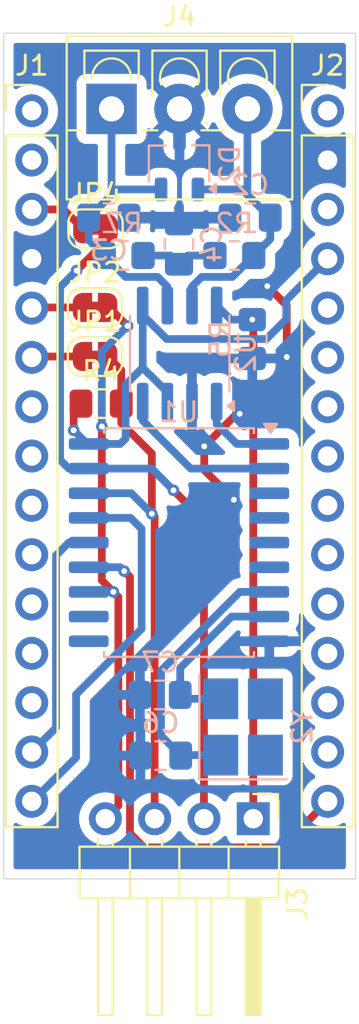
<source format=kicad_pcb>
(kicad_pcb (version 20240108) (generator "pcbnew") (generator_version "8.0")
  (layers (0 "F.Cu" signal) (31 "B.Cu" signal) (34 "B.Paste" user) (35 "F.Paste" user) (36 "B.SilkS" user "B.Silkscreen") (37 "F.SilkS" user "F.Silkscreen") (38 "B.Mask" user) (39 "F.Mask" user) (44 "Edge.Cuts" user))
  (net 0 "")
  (net 1 "/A0")
  (net 2 "/A2")
  (net 3 "/A4")
  (net 4 "/A3")
  (net 5 "/D6")
  (net 6 "/RST1")
  (net 7 "+3V3")
  (net 8 "/A5")
  (net 9 "/VIN")
  (net 10 "/D10")
  (net 11 "/D0")
  (net 12 "/A6")
  (net 13 "/D9")
  (net 14 "/D8")
  (net 15 "/D5")
  (net 16 "GND")
  (net 17 "/A7")
  (net 18 "/RST2")
  (net 19 "/D7")
  (net 20 "/AREF")
  (net 21 "/A1")
  (net 22 "+5V")
  (net 23 "/D1")
  (net 24 "/D4")
  (net 31 "/CAN_CS_DEFAULT")
  (net 32 "/CAN_INT_DEFAULT")
  (net 33 "/CAN_H")
  (net 34 "/CAN_L")
  (net 35 "Net-(C4-Pad1)")
  (net 36 "/OSC2")
  (net 37 "/OSC1")
  (net 38 "/SILENT")
  (net 39 "/CAN_CS")
  (net 40 "/~{CAN_INT}")
  (net 41 "/CAN_RESET")
  (net 42 "/CAN_RX")
  (net 43 "/MISO")
  (net 44 "/SCK")
  (net 45 "/MOSI")
  (net 46 "/CAN_TX")
  (footprint "Jumper:SolderJumper-2_P1.3mm_Bridged_RoundedPad1.0x1.5mm" (layer "F.Cu") (at 141.575 90.25)
    (property "Reference" "JP1" (at 0 -1.8 360) (layer "F.SilkS"))
    (property "Value" "SolderJumper_2_Bridged" (hide yes))
    (fp_poly (pts (xy 0.25 -0.3) (xy -0.25 -0.3) (xy -0.25 0.3) (xy 0.25 0.3)) (fill solid) (layer "F.Cu"))
    (fp_line (start -1.4 0.3) (end -1.4 -0.3) (stroke (width 0.12)) (layer "F.SilkS"))
    (fp_line (start -0.7 -1) (end 0.7 -1) (stroke (width 0.12)) (layer "F.SilkS"))
    (fp_line (start 0.7 1) (end -0.7 1) (stroke (width 0.12)) (layer "F.SilkS"))
    (fp_line (start 1.4 -0.3) (end 1.4 0.3) (stroke (width 0.12)) (layer "F.SilkS"))
    (fp_arc (start -1.4 -0.3) (mid -1.194975 -0.794975) (end -0.7 -1) (stroke (width 0.12)) (layer "F.SilkS"))
    (fp_arc (start -0.7 1) (mid -1.194975 0.794975) (end -1.4 0.3) (stroke (width 0.12)) (layer "F.SilkS"))
    (fp_arc (start 0.7 -1) (mid 1.194975 -0.794975) (end 1.4 -0.3) (stroke (width 0.12)) (layer "F.SilkS"))
    (fp_arc (start 1.4 0.3) (mid 1.194975 0.794975) (end 0.7 1) (stroke (width 0.12)) (layer "F.SilkS"))
    (pad "1" smd custom (at -0.65 0) (size 1 0.5) (layers "F.Cu" "F.Mask") (net 31 "/CAN_CS_DEFAULT") (options (clearance outline) (anchor rect)) (primitives (gr_circle (center 0 0.25) (end 0.5 0.25) (width 0) (fill yes)) (gr_circle (center 0 -0.25) (end 0.5 -0.25) (width 0) (fill yes)) (gr_poly (pts (xy 0.5 0.75) (xy 0 0.75) (xy 0 -0.75) (xy 0.5 -0.75)) (width 0) (fill yes))))
    (pad "2" smd custom (at 0.65 0) (size 1 0.5) (layers "F.Cu" "F.Mask") (net 39 "/CAN_CS") (options (clearance outline) (anchor rect)) (primitives (gr_circle (center 0 0.25) (end 0.5 0.25) (width 0) (fill yes)) (gr_circle (center 0 -0.25) (end 0.5 -0.25) (width 0) (fill yes)) (gr_poly (pts (xy 0 0.75) (xy -0.5 0.75) (xy -0.5 -0.75) (xy 0 -0.75)) (width 0) (fill yes))))
  )
  (footprint "Jumper:SolderJumper-2_P1.3mm_Bridged_RoundedPad1.0x1.5mm" (layer "F.Cu") (at 141.575 87.725)
    (property "Reference" "JP2" (at 0 -1.8 360) (layer "F.SilkS"))
    (property "Value" "SolderJumper_2_Bridged" (hide yes))
    (fp_poly (pts (xy 0.25 -0.3) (xy -0.25 -0.3) (xy -0.25 0.3) (xy 0.25 0.3)) (fill solid) (layer "F.Cu"))
    (fp_line (start -1.4 0.3) (end -1.4 -0.3) (stroke (width 0.12)) (layer "F.SilkS"))
    (fp_line (start -0.7 -1) (end 0.7 -1) (stroke (width 0.12)) (layer "F.SilkS"))
    (fp_line (start 0.7 1) (end -0.7 1) (stroke (width 0.12)) (layer "F.SilkS"))
    (fp_line (start 1.4 -0.3) (end 1.4 0.3) (stroke (width 0.12)) (layer "F.SilkS"))
    (fp_arc (start -1.4 -0.3) (mid -1.194975 -0.794975) (end -0.7 -1) (stroke (width 0.12)) (layer "F.SilkS"))
    (fp_arc (start -0.7 1) (mid -1.194975 0.794975) (end -1.4 0.3) (stroke (width 0.12)) (layer "F.SilkS"))
    (fp_arc (start 0.7 -1) (mid 1.194975 -0.794975) (end 1.4 -0.3) (stroke (width 0.12)) (layer "F.SilkS"))
    (fp_arc (start 1.4 0.3) (mid 1.194975 0.794975) (end 0.7 1) (stroke (width 0.12)) (layer "F.SilkS"))
    (pad "1" smd custom (at -0.65 0) (size 1 0.5) (layers "F.Cu" "F.Mask") (net 32 "/CAN_INT_DEFAULT") (options (clearance outline) (anchor rect)) (primitives (gr_circle (center 0 0.25) (end 0.5 0.25) (width 0) (fill yes)) (gr_circle (center 0 -0.25) (end 0.5 -0.25) (width 0) (fill yes)) (gr_poly (pts (xy 0.5 0.75) (xy 0 0.75) (xy 0 -0.75) (xy 0.5 -0.75)) (width 0) (fill yes))))
    (pad "2" smd custom (at 0.65 0) (size 1 0.5) (layers "F.Cu" "F.Mask") (net 40 "/~{CAN_INT}") (options (clearance outline) (anchor rect)) (primitives (gr_circle (center 0 0.25) (end 0.5 0.25) (width 0) (fill yes)) (gr_circle (center 0 -0.25) (end 0.5 -0.25) (width 0) (fill yes)) (gr_poly (pts (xy 0 0.75) (xy -0.5 0.75) (xy -0.5 -0.75) (xy 0 -0.75)) (width 0) (fill yes))))
  )
  (footprint "Capacitor_SMD:C_0805_2012Metric_Pad1.18x1.45mm_HandSolder" (layer "F.Cu") (at 141.8875 92.675)
    (property "Reference" "R4" (at 0 -1.68 360) (layer "F.SilkS"))
    (property "Value" "10k")
    (fp_line (start -0.261252 -0.735) (end 0.261252 -0.735) (stroke (width 0.12)) (layer "F.SilkS"))
    (fp_line (start -0.261252 0.735) (end 0.261252 0.735) (stroke (width 0.12)) (layer "F.SilkS"))
    (pad "1" smd roundrect (at -1.0375 0) (size 1.175 1.45) (layers "F.Cu" "F.Paste" "F.Mask") (roundrect_rratio 0.212766) (net 22 "+5V"))
    (pad "2" smd roundrect (at 1.0375 0) (size 1.175 1.45) (layers "F.Cu" "F.Paste" "F.Mask") (roundrect_rratio 0.212766) (net 39 "/CAN_CS"))
  )
  (footprint "Connector_PinHeader_2.54mm:PinHeader_1x15_P2.54mm_Vertical" (layer "F.Cu") (at 153.555 77.595)
    (property "Reference" "J2" (at 0 -2.33 0) (layer "F.SilkS"))
    (property "Value" "Conn_01x15_Socket" (hide yes))
    (fp_line (start -1.33 -1.33) (end 0 -1.33) (stroke (width 0.12)) (layer "F.SilkS"))
    (fp_line (start -1.33 0) (end -1.33 -1.33) (stroke (width 0.12)) (layer "F.SilkS"))
    (fp_line (start -1.33 1.27) (end -1.33 36.89) (stroke (width 0.12)) (layer "F.SilkS"))
    (fp_line (start -1.33 1.27) (end 1.33 1.27) (stroke (width 0.12)) (layer "F.SilkS"))
    (fp_line (start -1.33 36.89) (end 1.33 36.89) (stroke (width 0.12)) (layer "F.SilkS"))
    (fp_line (start 1.33 1.27) (end 1.33 36.89) (stroke (width 0.12)) (layer "F.SilkS"))
    (pad "1" thru_hole circle (at 0 0) (size 1.7 1.7) (drill 1) (layers "*.Cu" "*.Mask") (net 9 "/VIN"))
    (pad "2" thru_hole rect (at 0 2.54) (size 1.7 1.7) (drill 1) (layers "*.Cu" "*.Mask") (net 16 "GND"))
    (pad "3" thru_hole oval (at 0 5.08) (size 1.7 1.7) (drill 1) (layers "*.Cu" "*.Mask") (net 18 "/RST2"))
    (pad "4" thru_hole oval (at 0 7.62) (size 1.7 1.7) (drill 1) (layers "*.Cu" "*.Mask") (net 22 "+5V"))
    (pad "5" thru_hole oval (at 0 10.16) (size 1.7 1.7) (drill 1) (layers "*.Cu" "*.Mask") (net 17 "/A7"))
    (pad "6" thru_hole oval (at 0 12.7) (size 1.7 1.7) (drill 1) (layers "*.Cu" "*.Mask") (net 12 "/A6"))
    (pad "7" thru_hole oval (at 0 15.24) (size 1.7 1.7) (drill 1) (layers "*.Cu" "*.Mask") (net 8 "/A5"))
    (pad "8" thru_hole oval (at 0 17.78) (size 1.7 1.7) (drill 1) (layers "*.Cu" "*.Mask") (net 3 "/A4"))
    (pad "9" thru_hole oval (at 0 20.32) (size 1.7 1.7) (drill 1) (layers "*.Cu" "*.Mask") (net 4 "/A3"))
    (pad "10" thru_hole oval (at 0 22.86) (size 1.7 1.7) (drill 1) (layers "*.Cu" "*.Mask") (net 2 "/A2"))
    (pad "11" thru_hole oval (at 0 25.4) (size 1.7 1.7) (drill 1) (layers "*.Cu" "*.Mask") (net 21 "/A1"))
    (pad "12" thru_hole oval (at 0 27.94) (size 1.7 1.7) (drill 1) (layers "*.Cu" "*.Mask") (net 1 "/A0"))
    (pad "13" thru_hole oval (at 0 30.48) (size 1.7 1.7) (drill 1) (layers "*.Cu" "*.Mask") (net 20 "/AREF"))
    (pad "14" thru_hole oval (at 0 33.02) (size 1.7 1.7) (drill 1) (layers "*.Cu" "*.Mask") (net 7 "+3V3"))
    (pad "15" thru_hole oval (at 0 35.56) (size 1.7 1.7) (drill 1) (layers "*.Cu" "*.Mask") (net 44 "/SCK"))
  )
  (footprint "Connector_PinHeader_2.54mm:PinHeader_1x15_P2.54mm_Vertical" (layer "F.Cu") (at 138.315 77.595)
    (property "Reference" "J1" (at 0 -2.33 0) (layer "F.SilkS"))
    (property "Value" "Conn_01x15_Socket" (hide yes))
    (fp_line (start -1.33 -1.33) (end 0 -1.33) (stroke (width 0.12)) (layer "F.SilkS"))
    (fp_line (start -1.33 0) (end -1.33 -1.33) (stroke (width 0.12)) (layer "F.SilkS"))
    (fp_line (start -1.33 1.27) (end -1.33 36.89) (stroke (width 0.12)) (layer "F.SilkS"))
    (fp_line (start -1.33 1.27) (end 1.33 1.27) (stroke (width 0.12)) (layer "F.SilkS"))
    (fp_line (start -1.33 36.89) (end 1.33 36.89) (stroke (width 0.12)) (layer "F.SilkS"))
    (fp_line (start 1.33 1.27) (end 1.33 36.89) (stroke (width 0.12)) (layer "F.SilkS"))
    (pad "1" thru_hole circle (at 0 0) (size 1.7 1.7) (drill 1) (layers "*.Cu" "*.Mask") (net 23 "/D1"))
    (pad "2" thru_hole oval (at 0 2.54) (size 1.7 1.7) (drill 1) (layers "*.Cu" "*.Mask") (net 11 "/D0"))
    (pad "3" thru_hole oval (at 0 5.08) (size 1.7 1.7) (drill 1) (layers "*.Cu" "*.Mask") (net 6 "/RST1"))
    (pad "4" thru_hole rect (at 0 7.62) (size 1.7 1.7) (drill 1) (layers "*.Cu" "*.Mask") (net 16 "GND"))
    (pad "5" thru_hole oval (at 0 10.16) (size 1.7 1.7) (drill 1) (layers "*.Cu" "*.Mask") (net 32 "/CAN_INT_DEFAULT"))
    (pad "6" thru_hole oval (at 0 12.7) (size 1.7 1.7) (drill 1) (layers "*.Cu" "*.Mask") (net 31 "/CAN_CS_DEFAULT"))
    (pad "7" thru_hole oval (at 0 15.24) (size 1.7 1.7) (drill 1) (layers "*.Cu" "*.Mask") (net 24 "/D4"))
    (pad "8" thru_hole oval (at 0 17.78) (size 1.7 1.7) (drill 1) (layers "*.Cu" "*.Mask") (net 15 "/D5"))
    (pad "9" thru_hole oval (at 0 20.32) (size 1.7 1.7) (drill 1) (layers "*.Cu" "*.Mask") (net 5 "/D6"))
    (pad "10" thru_hole oval (at 0 22.86) (size 1.7 1.7) (drill 1) (layers "*.Cu" "*.Mask") (net 19 "/D7"))
    (pad "11" thru_hole oval (at 0 25.4) (size 1.7 1.7) (drill 1) (layers "*.Cu" "*.Mask") (net 14 "/D8"))
    (pad "12" thru_hole oval (at 0 27.94) (size 1.7 1.7) (drill 1) (layers "*.Cu" "*.Mask") (net 13 "/D9"))
    (pad "13" thru_hole oval (at 0 30.48) (size 1.7 1.7) (drill 1) (layers "*.Cu" "*.Mask") (net 10 "/D10"))
    (pad "14" thru_hole oval (at 0 33.02) (size 1.7 1.7) (drill 1) (layers "*.Cu" "*.Mask") (net 45 "/MOSI"))
    (pad "15" thru_hole oval (at 0 35.56) (size 1.7 1.7) (drill 1) (layers "*.Cu" "*.Mask") (net 43 "/MISO"))
  )
  (footprint "Jumper:SolderJumper-2_P1.3mm_Bridged_RoundedPad1.0x1.5mm" (layer "F.Cu") (at 141.6 83.675)
    (property "Reference" "JP4" (at 0 -1.8 360) (layer "F.SilkS"))
    (property "Value" "SolderJumper_2_Bridged" (hide yes))
    (fp_poly (pts (xy 0.25 -0.3) (xy -0.25 -0.3) (xy -0.25 0.3) (xy 0.25 0.3)) (fill solid) (layer "F.Cu"))
    (fp_line (start -1.4 0.3) (end -1.4 -0.3) (stroke (width 0.12)) (layer "F.SilkS"))
    (fp_line (start -0.7 -1) (end 0.7 -1) (stroke (width 0.12)) (layer "F.SilkS"))
    (fp_line (start 0.7 1) (end -0.7 1) (stroke (width 0.12)) (layer "F.SilkS"))
    (fp_line (start 1.4 -0.3) (end 1.4 0.3) (stroke (width 0.12)) (layer "F.SilkS"))
    (fp_arc (start -1.4 -0.3) (mid -1.194975 -0.794975) (end -0.7 -1) (stroke (width 0.12)) (layer "F.SilkS"))
    (fp_arc (start -0.7 1) (mid -1.194975 0.794975) (end -1.4 0.3) (stroke (width 0.12)) (layer "F.SilkS"))
    (fp_arc (start 0.7 -1) (mid 1.194975 -0.794975) (end 1.4 -0.3) (stroke (width 0.12)) (layer "F.SilkS"))
    (fp_arc (start 1.4 0.3) (mid 1.194975 0.794975) (end 0.7 1) (stroke (width 0.12)) (layer "F.SilkS"))
    (pad "1" smd custom (at -0.65 0) (size 1 0.5) (layers "F.Cu" "F.Mask") (net 6 "/RST1") (options (clearance outline) (anchor rect)) (primitives (gr_circle (center 0 0.25) (end 0.5 0.25) (width 0) (fill yes)) (gr_circle (center 0 -0.25) (end 0.5 -0.25) (width 0) (fill yes)) (gr_poly (pts (xy 0.5 0.75) (xy 0 0.75) (xy 0 -0.75) (xy 0.5 -0.75)) (width 0) (fill yes))))
    (pad "2" smd custom (at 0.65 0) (size 1 0.5) (layers "F.Cu" "F.Mask") (net 41 "/CAN_RESET") (options (clearance outline) (anchor rect)) (primitives (gr_circle (center 0 0.25) (end 0.5 0.25) (width 0) (fill yes)) (gr_circle (center 0 -0.25) (end 0.5 -0.25) (width 0) (fill yes)) (gr_poly (pts (xy 0 0.75) (xy -0.5 0.75) (xy -0.5 -0.75) (xy 0 -0.75)) (width 0) (fill yes))))
  )
  (footprint "TerminalBlock_4Ucon:TerminalBlock_4Ucon_1x03_P3.50mm_Vertical" (layer "F.Cu") (at 142.425 77.5)
    (property "Reference" "J4" (at 3.5 -4.76 0) (layer "F.SilkS"))
    (property "Value" "Screw_Terminal_01x03" (hide yes))
    (fp_line (start -2.31 -3.76) (end -2.31 4.66) (stroke (width 0.12)) (layer "F.SilkS"))
    (fp_line (start -2.31 -3.76) (end 9.31 -3.76) (stroke (width 0.12)) (layer "F.SilkS"))
    (fp_line (start -2.31 1.101) (end -1.54 1.101) (stroke (width 0.12)) (layer "F.SilkS"))
    (fp_line (start -2.31 4.66) (end 9.31 4.66) (stroke (width 0.12)) (layer "F.SilkS"))
    (fp_line (start -1.4 -3) (end -1.4 -1.54) (stroke (width 0.12)) (layer "F.SilkS"))
    (fp_line (start -1.4 -3) (end 1.4 -3) (stroke (width 0.12)) (layer "F.SilkS"))
    (fp_line (start 1.4 -3) (end 1.4 -1.54) (stroke (width 0.12)) (layer "F.SilkS"))
    (fp_line (start 1.54 1.101) (end 2.367 1.101) (stroke (width 0.12)) (layer "F.SilkS"))
    (fp_line (start 2.1 -3) (end 2.1 -0.689) (stroke (width 0.12)) (layer "F.SilkS"))
    (fp_line (start 2.1 -3) (end 4.9 -3) (stroke (width 0.12)) (layer "F.SilkS"))
    (fp_line (start 2.1 0.689) (end 2.1 0.75) (stroke (width 0.12)) (layer "F.SilkS"))
    (fp_line (start 2.1 0.75) (end 2.101 0.75) (stroke (width 0.12)) (layer "F.SilkS"))
    (fp_line (start 4.634 1.101) (end 5.867 1.101) (stroke (width 0.12)) (layer "F.SilkS"))
    (fp_line (start 4.9 -3) (end 4.9 -0.689) (stroke (width 0.12)) (layer "F.SilkS"))
    (fp_line (start 4.9 0.689) (end 4.9 0.75) (stroke (width 0.12)) (layer "F.SilkS"))
    (fp_line (start 4.9 0.75) (end 4.9 0.75) (stroke (width 0.12)) (layer "F.SilkS"))
    (fp_line (start 5.6 -3) (end 5.6 -0.689) (stroke (width 0.12)) (layer "F.SilkS"))
    (fp_line (start 5.6 -3) (end 8.4 -3) (stroke (width 0.12)) (layer "F.SilkS"))
    (fp_line (start 5.6 0.689) (end 5.6 0.75) (stroke (width 0.12)) (layer "F.SilkS"))
    (fp_line (start 5.6 0.75) (end 5.601 0.75) (stroke (width 0.12)) (layer "F.SilkS"))
    (fp_line (start 8.134 1.101) (end 9.31 1.101) (stroke (width 0.12)) (layer "F.SilkS"))
    (fp_line (start 8.4 -3) (end 8.4 -0.689) (stroke (width 0.12)) (layer "F.SilkS"))
    (fp_line (start 8.4 0.689) (end 8.4 0.75) (stroke (width 0.12)) (layer "F.SilkS"))
    (fp_line (start 8.4 0.75) (end 8.4 0.75) (stroke (width 0.12)) (layer "F.SilkS"))
    (fp_line (start 9.31 -3.76) (end 9.31 4.66) (stroke (width 0.12)) (layer "F.SilkS"))
    (fp_arc (start -0.99789 -1.529434) (mid -0.000785 -2.600382) (end 0.998 -1.531) (stroke (width 0.12)) (layer "F.SilkS"))
    (fp_arc (start 2.560085 -1.257767) (mid 3.499876 -2.600282) (end 4.44 -1.258) (stroke (width 0.12)) (layer "F.SilkS"))
    (fp_arc (start 6.060085 -1.257767) (mid 6.999876 -2.600282) (end 7.94 -1.258) (stroke (width 0.12)) (layer "F.SilkS"))
    (pad "1" thru_hole rect (at 0 0) (size 2.6 2.6) (drill 1.3) (layers "*.Cu" "*.Mask") (net 34 "/CAN_L"))
    (pad "2" thru_hole circle (at 3.5 0) (size 2.6 2.6) (drill 1.3) (layers "*.Cu" "*.Mask") (net 16 "GND"))
    (pad "3" thru_hole circle (at 7 0) (size 2.6 2.6) (drill 1.3) (layers "*.Cu" "*.Mask") (net 33 "/CAN_H"))
  )
  (footprint "Connector_PinHeader_2.54mm:PinHeader_1x04_P2.54mm_Horizontal" (layer "F.Cu") (at 149.725 114.05 -90)
    (property "Reference" "J3" (at 4.385 -2.27 90) (layer "F.SilkS"))
    (property "Value" "Conn_01x04_Pin" (hide yes))
    (fp_line (start 1.44 8.95) (end 4.1 8.95) (stroke (width 0.12)) (layer "F.SilkS"))
    (fp_line (start 4.1 8.95) (end 4.1 -1.33) (stroke (width 0.12)) (layer "F.SilkS"))
    (fp_line (start 1.042929 8) (end 1.44 8) (stroke (width 0.12)) (layer "F.SilkS"))
    (fp_line (start 10.1 8) (end 4.1 8) (stroke (width 0.12)) (layer "F.SilkS"))
    (fp_line (start 1.042929 7.24) (end 1.44 7.24) (stroke (width 0.12)) (layer "F.SilkS"))
    (fp_line (start 4.1 7.24) (end 10.1 7.24) (stroke (width 0.12)) (layer "F.SilkS"))
    (fp_line (start 10.1 7.24) (end 10.1 8) (stroke (width 0.12)) (layer "F.SilkS"))
    (fp_line (start 1.44 6.35) (end 4.1 6.35) (stroke (width 0.12)) (layer "F.SilkS"))
    (fp_line (start 1.042929 5.46) (end 1.44 5.46) (stroke (width 0.12)) (layer "F.SilkS"))
    (fp_line (start 10.1 5.46) (end 4.1 5.46) (stroke (width 0.12)) (layer "F.SilkS"))
    (fp_line (start 1.042929 4.7) (end 1.44 4.7) (stroke (width 0.12)) (layer "F.SilkS"))
    (fp_line (start 4.1 4.7) (end 10.1 4.7) (stroke (width 0.12)) (layer "F.SilkS"))
    (fp_line (start 10.1 4.7) (end 10.1 5.46) (stroke (width 0.12)) (layer "F.SilkS"))
    (fp_line (start 1.44 3.81) (end 4.1 3.81) (stroke (width 0.12)) (layer "F.SilkS"))
    (fp_line (start 1.042929 2.92) (end 1.44 2.92) (stroke (width 0.12)) (layer "F.SilkS"))
    (fp_line (start 10.1 2.92) (end 4.1 2.92) (stroke (width 0.12)) (layer "F.SilkS"))
    (fp_line (start 1.042929 2.16) (end 1.44 2.16) (stroke (width 0.12)) (layer "F.SilkS"))
    (fp_line (start 4.1 2.16) (end 10.1 2.16) (stroke (width 0.12)) (layer "F.SilkS"))
    (fp_line (start 10.1 2.16) (end 10.1 2.92) (stroke (width 0.12)) (layer "F.SilkS"))
    (fp_line (start 1.44 1.27) (end 4.1 1.27) (stroke (width 0.12)) (layer "F.SilkS"))
    (fp_line (start 1.11 0.38) (end 1.44 0.38) (stroke (width 0.12)) (layer "F.SilkS"))
    (fp_line (start 10.1 0.38) (end 4.1 0.38) (stroke (width 0.12)) (layer "F.SilkS"))
    (fp_line (start 4.1 0.28) (end 10.1 0.28) (stroke (width 0.12)) (layer "F.SilkS"))
    (fp_line (start 4.1 0.16) (end 10.1 0.16) (stroke (width 0.12)) (layer "F.SilkS"))
    (fp_line (start 4.1 0.04) (end 10.1 0.04) (stroke (width 0.12)) (layer "F.SilkS"))
    (fp_line (start -1.27 0) (end -1.27 -1.27) (stroke (width 0.12)) (layer "F.SilkS"))
    (fp_line (start 4.1 -0.08) (end 10.1 -0.08) (stroke (width 0.12)) (layer "F.SilkS"))
    (fp_line (start 4.1 -0.2) (end 10.1 -0.2) (stroke (width 0.12)) (layer "F.SilkS"))
    (fp_line (start 4.1 -0.32) (end 10.1 -0.32) (stroke (width 0.12)) (layer "F.SilkS"))
    (fp_line (start 1.11 -0.38) (end 1.44 -0.38) (stroke (width 0.12)) (layer "F.SilkS"))
    (fp_line (start 4.1 -0.38) (end 10.1 -0.38) (stroke (width 0.12)) (layer "F.SilkS"))
    (fp_line (start 10.1 -0.38) (end 10.1 0.38) (stroke (width 0.12)) (layer "F.SilkS"))
    (fp_line (start -1.27 -1.27) (end 0 -1.27) (stroke (width 0.12)) (layer "F.SilkS"))
    (fp_line (start 1.44 -1.33) (end 1.44 8.95) (stroke (width 0.12)) (layer "F.SilkS"))
    (fp_line (start 4.1 -1.33) (end 1.44 -1.33) (stroke (width 0.12)) (layer "F.SilkS"))
    (pad "1" thru_hole rect (at 0 0 270) (size 1.7 1.7) (drill 1) (layers "*.Cu" "*.Mask") (net 38 "/SILENT"))
    (pad "2" thru_hole oval (at 0 2.54 270) (size 1.7 1.7) (drill 1) (layers "*.Cu" "*.Mask") (net 41 "/CAN_RESET"))
    (pad "3" thru_hole oval (at 0 5.08 270) (size 1.7 1.7) (drill 1) (layers "*.Cu" "*.Mask") (net 39 "/CAN_CS"))
    (pad "4" thru_hole oval (at 0 7.62 270) (size 1.7 1.7) (drill 1) (layers "*.Cu" "*.Mask") (net 40 "/~{CAN_INT}"))
  )
  (footprint "Resistor_SMD:R_0805_2012Metric_Pad1.20x1.40mm_HandSolder" (layer "B.Cu") (at 143.05 85.05 180)
    (property "Reference" "R7" (at 0 1.65 360) (layer "B.SilkS") (effects (justify mirror)))
    (property "Value" "60")
    (fp_line (start 0.227064 0.735) (end -0.227064 0.735) (stroke (width 0.12)) (layer "B.SilkS"))
    (fp_line (start 0.227064 -0.735) (end -0.227064 -0.735) (stroke (width 0.12)) (layer "B.SilkS"))
    (pad "1" smd roundrect (at -1 0 180) (size 1.2 1.4) (layers "B.Cu" "B.Paste" "B.Mask") (roundrect_rratio 0.208333) (net 35 "Net-(C4-Pad1)"))
    (pad "2" smd roundrect (at 1 0 180) (size 1.2 1.4) (layers "B.Cu" "B.Paste" "B.Mask") (roundrect_rratio 0.208333) (net 34 "/CAN_L"))
  )
  (footprint "Crystal:Crystal_SMD_3225-4Pin_3.2x2.5mm_HandSoldering" (layer "B.Cu") (at 149.2 109.325 90)
    (property "Reference" "Y2" (at 0 3.05 90) (layer "B.SilkS") (effects (justify mirror)))
    (property "Value" "16MHz 9pF")
    (fp_line (start 2.7 -2.25) (end -2.7 -2.25) (stroke (width 0.12)) (layer "B.SilkS"))
    (fp_line (start -2.7 -2.25) (end -2.7 2.25) (stroke (width 0.12)) (layer "B.SilkS"))
    (pad "1" smd rect (at -1.45 -1.15 90) (size 2.1 1.8) (layers "B.Cu" "B.Paste" "B.Mask") (net 36 "/OSC2"))
    (pad "2" smd rect (at 1.45 -1.15 90) (size 2.1 1.8) (layers "B.Cu" "B.Paste" "B.Mask") (net 37 "/OSC1"))
    (pad "3" smd rect (at 1.45 1.15 90) (size 2.1 1.8) (layers "B.Cu" "B.Paste" "B.Mask"))
    (pad "4" smd rect (at -1.45 1.15 90) (size 2.1 1.8) (layers "B.Cu" "B.Paste" "B.Mask"))
  )
  (footprint "Capacitor_SMD:C_0805_2012Metric_Pad1.18x1.45mm_HandSolder" (layer "B.Cu") (at 149.5625 83.1 180)
    (property "Reference" "C2" (at 0 1.68 360) (layer "B.SilkS") (effects (justify mirror)))
    (property "Value" "100p")
    (fp_line (start 0.261252 0.735) (end -0.261252 0.735) (stroke (width 0.12)) (layer "B.SilkS"))
    (fp_line (start 0.261252 -0.735) (end -0.261252 -0.735) (stroke (width 0.12)) (layer "B.SilkS"))
    (pad "1" smd roundrect (at -1.0375 0 180) (size 1.175 1.45) (layers "B.Cu" "B.Paste" "B.Mask") (roundrect_rratio 0.212766) (net 33 "/CAN_H"))
    (pad "2" smd roundrect (at 1.0375 0 180) (size 1.175 1.45) (layers "B.Cu" "B.Paste" "B.Mask") (roundrect_rratio 0.212766) (net 16 "GND"))
  )
  (footprint "Capacitor_SMD:C_0805_2012Metric_Pad1.18x1.45mm_HandSolder" (layer "B.Cu") (at 144.925 107.675 180)
    (property "Reference" "C7" (at 0 1.68 360) (layer "B.SilkS") (effects (justify mirror)))
    (property "Value" "15p")
    (fp_line (start 0.261252 0.735) (end -0.261252 0.735) (stroke (width 0.12)) (layer "B.SilkS"))
    (fp_line (start 0.261252 -0.735) (end -0.261252 -0.735) (stroke (width 0.12)) (layer "B.SilkS"))
    (pad "1" smd roundrect (at -1.0375 0 180) (size 1.175 1.45) (layers "B.Cu" "B.Paste" "B.Mask") (roundrect_rratio 0.212766) (net 37 "/OSC1"))
    (pad "2" smd roundrect (at 1.0375 0 180) (size 1.175 1.45) (layers "B.Cu" "B.Paste" "B.Mask") (roundrect_rratio 0.212766) (net 16 "GND"))
  )
  (footprint "Capacitor_SMD:C_0805_2012Metric_Pad1.18x1.45mm_HandSolder" (layer "B.Cu") (at 144.95 110.8 180)
    (property "Reference" "C6" (at 0 1.68 0) (layer "B.SilkS") (effects (justify mirror)))
    (property "Value" "15p")
    (fp_line (start 0.261252 0.735) (end -0.261252 0.735) (stroke (width 0.12)) (layer "B.SilkS"))
    (fp_line (start 0.261252 -0.735) (end -0.261252 -0.735) (stroke (width 0.12)) (layer "B.SilkS"))
    (pad "1" smd roundrect (at -1.0375 0 180) (size 1.175 1.45) (layers "B.Cu" "B.Paste" "B.Mask") (roundrect_rratio 0.212766) (net 36 "/OSC2"))
    (pad "2" smd roundrect (at 1.0375 0 180) (size 1.175 1.45) (layers "B.Cu" "B.Paste" "B.Mask") (roundrect_rratio 0.212766) (net 16 "GND"))
  )
  (footprint "Package_SO:SOIC-8_3.9x4.9mm_P1.27mm" (layer "B.Cu") (at 145.935 90.1 90)
    (property "Reference" "U2" (at 0 3.4 90) (layer "B.SilkS") (effects (justify mirror)))
    (property "Value" "TJA1051T-3")
    (fp_line (start 1.95 -2.56) (end 0 -2.56) (stroke (width 0.12)) (layer "B.SilkS"))
    (fp_line (start -1.95 -2.56) (end 0 -2.56) (stroke (width 0.12)) (layer "B.SilkS"))
    (fp_line (start 1.95 2.56) (end 0 2.56) (stroke (width 0.12)) (layer "B.SilkS"))
    (fp_line (start -1.95 2.56) (end 0 2.56) (stroke (width 0.12)) (layer "B.SilkS"))
    (fp_poly (pts (xy -2.7 2.465) (xy -2.94 2.795) (xy -2.46 2.795) (xy -2.7 2.465)) (stroke (width 0.12)) (fill solid) (layer "B.SilkS"))
    (pad "1" smd roundrect (at -2.475 1.905 90) (size 1.95 0.6) (layers "B.Cu" "B.Paste" "B.Mask") (net 46 "/CAN_TX"))
    (pad "2" smd roundrect (at -2.475 0.635 90) (size 1.95 0.6) (layers "B.Cu" "B.Paste" "B.Mask") (net 16 "GND"))
    (pad "3" smd roundrect (at -2.475 -0.635 90) (size 1.95 0.6) (layers "B.Cu" "B.Paste" "B.Mask") (net 22 "+5V"))
    (pad "4" smd roundrect (at -2.475 -1.905 90) (size 1.95 0.6) (layers "B.Cu" "B.Paste" "B.Mask") (net 42 "/CAN_RX"))
    (pad "5" smd roundrect (at 2.475 -1.905 90) (size 1.95 0.6) (layers "B.Cu" "B.Paste" "B.Mask") (net 22 "+5V"))
    (pad "6" smd roundrect (at 2.475 -0.635 90) (size 1.95 0.6) (layers "B.Cu" "B.Paste" "B.Mask") (net 34 "/CAN_L"))
    (pad "7" smd roundrect (at 2.475 0.635 90) (size 1.95 0.6) (layers "B.Cu" "B.Paste" "B.Mask") (net 33 "/CAN_H"))
    (pad "8" smd roundrect (at 2.475 1.905 90) (size 1.95 0.6) (layers "B.Cu" "B.Paste" "B.Mask") (net 38 "/SILENT"))
  )
  (footprint "Resistor_SMD:R_0805_2012Metric_Pad1.20x1.40mm_HandSolder" (layer "B.Cu") (at 149.675 89.35 -90)
    (property "Reference" "R5" (at 0 1.65 90) (layer "B.SilkS") (effects (justify mirror)))
    (property "Value" "10k")
    (fp_line (start 0.227064 0.735) (end -0.227064 0.735) (stroke (width 0.12)) (layer "B.SilkS"))
    (fp_line (start 0.227064 -0.735) (end -0.227064 -0.735) (stroke (width 0.12)) (layer "B.SilkS"))
    (pad "1" smd roundrect (at -1 0 270) (size 1.2 1.4) (layers "B.Cu" "B.Paste" "B.Mask") (roundrect_rratio 0.208333) (net 38 "/SILENT"))
    (pad "2" smd roundrect (at 1 0 270) (size 1.2 1.4) (layers "B.Cu" "B.Paste" "B.Mask") (roundrect_rratio 0.208333) (net 16 "GND"))
  )
  (footprint "Capacitor_SMD:C_0805_2012Metric_Pad1.18x1.45mm_HandSolder" (layer "B.Cu") (at 145.9 84.4625 90)
    (property "Reference" "C4" (at 0 1.68 90) (layer "B.SilkS") (effects (justify mirror)))
    (property "Value" "4.7n")
    (fp_line (start 0.261252 -0.735) (end -0.261252 -0.735) (stroke (width 0.12)) (layer "B.SilkS"))
    (fp_line (start 0.261252 0.735) (end -0.261252 0.735) (stroke (width 0.12)) (layer "B.SilkS"))
    (pad "1" smd roundrect (at -1.0375 0 90) (size 1.175 1.45) (layers "B.Cu" "B.Paste" "B.Mask") (roundrect_rratio 0.212766) (net 35 "Net-(C4-Pad1)"))
    (pad "2" smd roundrect (at 1.0375 0 90) (size 1.175 1.45) (layers "B.Cu" "B.Paste" "B.Mask") (roundrect_rratio 0.212766) (net 16 "GND"))
  )
  (footprint "Resistor_SMD:R_0805_2012Metric_Pad1.20x1.40mm_HandSolder" (layer "B.Cu") (at 148.75 85.05 180)
    (property "Reference" "R2" (at 0 1.65 360) (layer "B.SilkS") (effects (justify mirror)))
    (property "Value" "60")
    (fp_line (start 0.227064 0.735) (end -0.227064 0.735) (stroke (width 0.12)) (layer "B.SilkS"))
    (fp_line (start 0.227064 -0.735) (end -0.227064 -0.735) (stroke (width 0.12)) (layer "B.SilkS"))
    (pad "1" smd roundrect (at -1 0 180) (size 1.2 1.4) (layers "B.Cu" "B.Paste" "B.Mask") (roundrect_rratio 0.208333) (net 33 "/CAN_H"))
    (pad "2" smd roundrect (at 1 0 180) (size 1.2 1.4) (layers "B.Cu" "B.Paste" "B.Mask") (roundrect_rratio 0.208333) (net 35 "Net-(C4-Pad1)"))
  )
  (footprint "Package_SO:SOIC-18W_7.5x11.6mm_P1.27mm" (layer "B.Cu") (at 145.9 99.83 180)
    (property "Reference" "U1" (at 0 6.72 0) (layer "B.SilkS") (effects (justify mirror)))
    (property "Value" "MCP2515-xSO")
    (fp_line (start 3.86 5.885) (end 0 5.885) (stroke (width 0.12)) (layer "B.SilkS"))
    (fp_line (start 3.86 5.64) (end 3.86 5.885) (stroke (width 0.12)) (layer "B.SilkS"))
    (fp_line (start 3.86 -5.64) (end 3.86 -5.885) (stroke (width 0.12)) (layer "B.SilkS"))
    (fp_line (start 3.86 -5.885) (end 0 -5.885) (stroke (width 0.12)) (layer "B.SilkS"))
    (fp_line (start -3.86 5.885) (end 0 5.885) (stroke (width 0.12)) (layer "B.SilkS"))
    (fp_line (start -3.86 5.64) (end -3.86 5.885) (stroke (width 0.12)) (layer "B.SilkS"))
    (fp_line (start -3.86 -5.64) (end -3.86 -5.885) (stroke (width 0.12)) (layer "B.SilkS"))
    (fp_line (start -3.86 -5.885) (end 0 -5.885) (stroke (width 0.12)) (layer "B.SilkS"))
    (fp_poly (pts (xy -4.7125 5.64) (xy -5.0525 6.11) (xy -4.3725 6.11) (xy -4.7125 5.64)) (stroke (width 0.12)) (fill solid) (layer "B.SilkS"))
    (pad "1" smd roundrect (at -4.65 5.08 180) (size 2.05 0.6) (layers "B.Cu" "B.Paste" "B.Mask") (net 46 "/CAN_TX"))
    (pad "2" smd roundrect (at -4.65 3.81 180) (size 2.05 0.6) (layers "B.Cu" "B.Paste" "B.Mask") (net 42 "/CAN_RX"))
    (pad "3" smd roundrect (at -4.65 2.54 180) (size 2.05 0.6) (layers "B.Cu" "B.Paste" "B.Mask"))
    (pad "4" smd roundrect (at -4.65 1.27 180) (size 2.05 0.6) (layers "B.Cu" "B.Paste" "B.Mask"))
    (pad "5" smd roundrect (at -4.65 0 180) (size 2.05 0.6) (layers "B.Cu" "B.Paste" "B.Mask"))
    (pad "6" smd roundrect (at -4.65 -1.27 180) (size 2.05 0.6) (layers "B.Cu" "B.Paste" "B.Mask"))
    (pad "7" smd roundrect (at -4.65 -2.54 180) (size 2.05 0.6) (layers "B.Cu" "B.Paste" "B.Mask") (net 36 "/OSC2"))
    (pad "8" smd roundrect (at -4.65 -3.81 180) (size 2.05 0.6) (layers "B.Cu" "B.Paste" "B.Mask") (net 37 "/OSC1"))
    (pad "9" smd roundrect (at -4.65 -5.08 180) (size 2.05 0.6) (layers "B.Cu" "B.Paste" "B.Mask") (net 16 "GND"))
    (pad "10" smd roundrect (at 4.65 -5.08 180) (size 2.05 0.6) (layers "B.Cu" "B.Paste" "B.Mask"))
    (pad "11" smd roundrect (at 4.65 -3.81 180) (size 2.05 0.6) (layers "B.Cu" "B.Paste" "B.Mask"))
    (pad "12" smd roundrect (at 4.65 -2.54 180) (size 2.05 0.6) (layers "B.Cu" "B.Paste" "B.Mask") (net 40 "/~{CAN_INT}"))
    (pad "13" smd roundrect (at 4.65 -1.27 180) (size 2.05 0.6) (layers "B.Cu" "B.Paste" "B.Mask") (net 44 "/SCK"))
    (pad "14" smd roundrect (at 4.65 0 180) (size 2.05 0.6) (layers "B.Cu" "B.Paste" "B.Mask") (net 45 "/MOSI"))
    (pad "15" smd roundrect (at 4.65 1.27 180) (size 2.05 0.6) (layers "B.Cu" "B.Paste" "B.Mask") (net 43 "/MISO"))
    (pad "16" smd roundrect (at 4.65 2.54 180) (size 2.05 0.6) (layers "B.Cu" "B.Paste" "B.Mask") (net 39 "/CAN_CS"))
    (pad "17" smd roundrect (at 4.65 3.81 180) (size 2.05 0.6) (layers "B.Cu" "B.Paste" "B.Mask") (net 41 "/CAN_RESET"))
    (pad "18" smd roundrect (at 4.65 5.08 180) (size 2.05 0.6) (layers "B.Cu" "B.Paste" "B.Mask") (net 22 "+5V"))
  )
  (footprint "Capacitor_SMD:C_0805_2012Metric_Pad1.18x1.45mm_HandSolder" (layer "B.Cu") (at 142.2875 83.1)
    (property "Reference" "C3" (at 0 1.68 360) (layer "B.SilkS") (effects (justify mirror)))
    (property "Value" "100p")
    (fp_line (start 0.261252 -0.735) (end -0.261252 -0.735) (stroke (width 0.12)) (layer "B.SilkS"))
    (fp_line (start 0.261252 0.735) (end -0.261252 0.735) (stroke (width 0.12)) (layer "B.SilkS"))
    (pad "1" smd roundrect (at -1.0375 0) (size 1.175 1.45) (layers "B.Cu" "B.Paste" "B.Mask") (roundrect_rratio 0.212766) (net 34 "/CAN_L"))
    (pad "2" smd roundrect (at 1.0375 0) (size 1.175 1.45) (layers "B.Cu" "B.Paste" "B.Mask") (roundrect_rratio 0.212766) (net 16 "GND"))
  )
  (footprint "Package_TO_SOT_SMD:TSOT-23" (layer "B.Cu") (at 145.925 80.335 90)
    (property "Reference" "D2" (at 0 2.6 90) (layer "B.SilkS") (effects (justify mirror)))
    (property "Value" "PESD2CANFD24LT-Q")
    (fp_line (start 0.945 -1.58) (end 0.945 -0.69) (stroke (width 0.12)) (layer "B.SilkS"))
    (fp_line (start -0.905 -1.58) (end 0.945 -1.58) (stroke (width 0.12)) (layer "B.SilkS"))
    (fp_line (start 0.96 0.65) (end 0.96 1.54) (stroke (width 0.12)) (layer "B.SilkS"))
    (fp_line (start -0.89 1.54) (end 0.96 1.54) (stroke (width 0.12)) (layer "B.SilkS"))
    (fp_poly (pts (xy -1.28 1.55) (xy -1.52 1.88) (xy -1.04 1.88) (xy -1.28 1.55)) (stroke (width 0.12)) (fill solid) (layer "B.SilkS"))
    (pad "1" smd roundrect (at -1.31 0.95 90) (size 1.22 0.65) (layers "B.Cu" "B.Paste" "B.Mask") (net 33 "/CAN_H"))
    (pad "2" smd roundrect (at -1.31 -0.95 90) (size 1.22 0.65) (layers "B.Cu" "B.Paste" "B.Mask") (net 34 "/CAN_L"))
    (pad "3" smd roundrect (at 1.31 0 90) (size 1.22 0.65) (layers "B.Cu" "B.Paste" "B.Mask") (net 16 "GND"))
  )
  (gr_rect (start 136.875 73.6) (end 155 117.15) (stroke (width 0.05)) (fill none) (layer "Edge.Cuts"))
  (segment (start 138.315 82.675) (end 139.95 82.675) (width 0.4) (layer "F.Cu") (net 6))
  (segment (start 139.95 82.675) (end 140.95 83.675) (width 0.4) (layer "F.Cu") (net 6))
  (segment (start 151.45 87.625) (end 151.45 90.275) (width 0.4) (layer "F.Cu") (net 16))
  (segment (start 150.45 86.625) (end 151.45 87.625) (width 0.4) (layer "F.Cu") (net 16))
  (segment (start 149.025 93.2) (end 148.875 93.2) (width 0.4) (layer "F.Cu") (net 16))
  (segment (start 148.875 93.2) (end 147.2 94.875) (width 0.4) (layer "F.Cu") (net 16))
  (segment (start 147.2 96.1) (end 147.2 94.875) (width 0.4) (layer "F.Cu") (net 16))
  (segment (start 148.725 97.625) (end 147.2 96.1) (width 0.4) (layer "F.Cu") (net 16))
  (via (at 148.725 97.625) (size 0.6) (drill 0.3) (layers "F.Cu" "B.Cu") (net 16))
  (via (at 151.45 90.275) (size 0.6) (drill 0.3) (layers "F.Cu" "B.Cu") (net 16))
  (via (at 149.025 93.2) (size 0.6) (drill 0.3) (layers "F.Cu" "B.Cu") (net 16))
  (via (at 147.2 94.875) (size 0.6) (drill 0.3) (layers "F.Cu" "B.Cu") (net 16))
  (via (at 150.45 86.625) (size 0.6) (drill 0.3) (layers "F.Cu" "B.Cu") (net 16))
  (segment (start 145.575 83.1) (end 145.9 83.425) (width 0.4) (layer "B.Cu") (net 16))
  (segment (start 143.325 83.1) (end 145.575 83.1) (width 0.6) (layer "B.Cu") (net 16))
  (segment (start 146.225 83.1) (end 145.9 83.425) (width 0.4) (layer "B.Cu") (net 16))
  (segment (start 148.525 83.1) (end 146.225 83.1) (width 0.6) (layer "B.Cu") (net 16))
  (segment (start 140.475 93.05) (end 140.85 92.675) (width 0.4) (layer "F.Cu") (net 22))
  (segment (start 140.475 94.05) (end 140.475 93.05) (width 0.4) (layer "F.Cu") (net 22))
  (via (at 140.475 94.05) (size 0.6) (drill 0.3) (layers "F.Cu" "B.Cu") (net 22))
  (segment (start 141.25 94.75) (end 141.175 94.75) (width 0.4) (layer "B.Cu") (net 22))
  (segment (start 153.555 85.846166) (end 153.555 85.215) (width 0.4) (layer "B.Cu") (net 22))
  (segment (start 151.425 87.345) (end 153.555 85.215) (width 0.4) (layer "B.Cu") (net 22))
  (segment (start 144.03 87.625) (end 144.03 88.111974) (width 0.4) (layer "B.Cu") (net 22))
  (segment (start 143.15 94.475) (end 143.15 91.698026) (width 0.4) (layer "B.Cu") (net 22))
  (segment (start 144.03 87.625) (end 144.03 90.83) (width 0.4) (layer "B.Cu") (net 22))
  (segment (start 141.175 94.75) (end 140.475 94.05) (width 0.4) (layer "B.Cu") (net 22))
  (segment (start 150.401166 89.35) (end 151.425 88.326166) (width 0.4) (layer "B.Cu") (net 22))
  (segment (start 151.425 88.326166) (end 151.425 87.345) (width 0.4) (layer "B.Cu") (net 22))
  (segment (start 143.15 91.698026) (end 144.018026 90.83) (width 0.4) (layer "B.Cu") (net 22))
  (segment (start 145.3 92.088026) (end 145.3 92.575) (width 0.4) (layer "B.Cu") (net 22))
  (segment (start 144.4 91.2) (end 144.411974 91.2) (width 0.4) (layer "B.Cu") (net 22))
  (segment (start 144.018026 90.83) (end 144.03 90.83) (width 0.4) (layer "B.Cu") (net 22))
  (segment (start 141.25 94.75) (end 142.875 94.75) (width 0.4) (layer "B.Cu") (net 22))
  (segment (start 144.03 90.83) (end 144.4 91.2) (width 0.4) (layer "B.Cu") (net 22))
  (segment (start 144.03 88.111974) (end 145.268026 89.35) (width 0.4) (layer "B.Cu") (net 22))
  (segment (start 144.411974 91.2) (end 145.3 92.088026) (width 0.4) (layer "B.Cu") (net 22))
  (segment (start 142.875 94.75) (end 143.15 94.475) (width 0.4) (layer "B.Cu") (net 22))
  (segment (start 145.268026 89.35) (end 150.401166 89.35) (width 0.4) (layer "B.Cu") (net 22))
  (segment (start 140.925 90.25) (end 138.36 90.25) (width 0.4) (layer "F.Cu") (net 31))
  (segment (start 138.36 90.25) (end 138.315 90.295) (width 0.4) (layer "F.Cu") (net 31))
  (segment (start 138.345 87.725) (end 138.315 87.755) (width 0.4) (layer "F.Cu") (net 32))
  (segment (start 140.925 87.725) (end 138.345 87.725) (width 0.4) (layer "F.Cu") (net 32))
  (segment (start 140.895 87.755) (end 140.925 87.725) (width 0.4) (layer "F.Cu") (net 32))
  (segment (start 138.345 87.725) (end 138.315 87.755) (width 0.4) (layer "B.Cu") (net 32))
  (segment (start 150.6 84.2) (end 149.75 85.05) (width 0.4) (layer "B.Cu") (net 33))
  (segment (start 150.6 83.1) (end 150.6 84.2) (width 0.4) (layer "B.Cu") (net 33))
  (segment (start 150.6 83.1) (end 149.425 81.925) (width 0.4) (layer "B.Cu") (net 33))
  (segment (start 149.425 81.925) (end 149.425 77.5) (width 0.4) (layer "B.Cu") (net 33))
  (segment (start 148.65 86.15) (end 149.75 85.05) (width 0.4) (layer "B.Cu") (net 33))
  (segment (start 149.145 81.645) (end 149.425 81.925) (width 0.4) (layer "B.Cu") (net 33))
  (segment (start 147.070001 86.15) (end 148.65 86.15) (width 0.4) (layer "B.Cu") (net 33))
  (segment (start 146.8 81.72) (end 146.875 81.645) (width 0.4) (layer "B.Cu") (net 33))
  (segment (start 146.57 87.625) (end 146.57 86.650001) (width 0.4) (layer "B.Cu") (net 33))
  (segment (start 146.57 86.650001) (end 147.070001 86.15) (width 0.4) (layer "B.Cu") (net 33))
  (segment (start 146.875 81.645) (end 149.145 81.645) (width 0.4) (layer "B.Cu") (net 33))
  (segment (start 143.15 86.15) (end 142.05 85.05) (width 0.4) (layer "B.Cu") (net 34))
  (segment (start 141.25 83.1) (end 141.25 84.25) (width 0.4) (layer "B.Cu") (net 34))
  (segment (start 145.1 81.77) (end 144.975 81.645) (width 0.4) (layer "B.Cu") (net 34))
  (segment (start 142.705 81.645) (end 142.425 81.925) (width 0.4) (layer "B.Cu") (net 34))
  (segment (start 144.975 81.645) (end 142.705 81.645) (width 0.4) (layer "B.Cu") (net 34))
  (segment (start 145.3 86.650001) (end 144.799999 86.15) (width 0.4) (layer "B.Cu") (net 34))
  (segment (start 142.425 81.925) (end 142.425 77.5) (width 0.4) (layer "B.Cu") (net 34))
  (segment (start 141.25 84.25) (end 142.05 85.05) (width 0.4) (layer "B.Cu") (net 34))
  (segment (start 144.799999 86.15) (end 143.15 86.15) (width 0.4) (layer "B.Cu") (net 34))
  (segment (start 141.25 83.1) (end 142.425 81.925) (width 0.4) (layer "B.Cu") (net 34))
  (segment (start 145.3 87.625) (end 145.3 86.650001) (width 0.4) (layer "B.Cu") (net 34))
  (segment (start 147.75 85.05) (end 146.35 85.05) (width 0.4) (layer "B.Cu") (net 35))
  (segment (start 145.45 85.05) (end 145.9 85.5) (width 0.4) (layer "B.Cu") (net 35))
  (segment (start 146.35 85.05) (end 145.9 85.5) (width 0.4) (layer "B.Cu") (net 35))
  (segment (start 144.05 85.05) (end 145.45 85.05) (width 0.4) (layer "B.Cu") (net 35))
  (segment (start 144.975 109.775) (end 144.975 106.426472) (width 0.4) (layer "B.Cu") (net 36))
  (segment (start 149.031472 102.37) (end 150.55 102.37) (width 0.4) (layer "B.Cu") (net 36))
  (segment (start 145.9875 110.8) (end 145.9875 110.7875) (width 0.4) (layer "B.Cu") (net 36))
  (segment (start 146.0125 110.775) (end 145.9875 110.8) (width 0.4) (layer "B.Cu") (net 36))
  (segment (start 145.9875 110.7875) (end 144.975 109.775) (width 0.4) (layer "B.Cu") (net 36))
  (segment (start 148.05 110.775) (end 146.0125 110.775) (width 0.4) (layer "B.Cu") (net 36))
  (segment (start 144.975 106.426472) (end 149.031472 102.37) (width 0.4) (layer "B.Cu") (net 36))
  (segment (start 148.05 107.875) (end 146.1625 107.875) (width 0.4) (layer "B.Cu") (net 37))
  (segment (start 145.9625 106.2875) (end 148.61 103.64) (width 0.4) (layer "B.Cu") (net 37))
  (segment (start 145.9625 107.675) (end 145.9625 106.2875) (width 0.4) (layer "B.Cu") (net 37))
  (segment (start 148.61 103.64) (end 150.55 103.64) (width 0.4) (layer "B.Cu") (net 37))
  (segment (start 146.1625 107.875) (end 145.9625 107.675) (width 0.4) (layer "B.Cu") (net 37))
  (segment (start 149.725 88.4) (end 149.725 114.05) (width 0.4) (layer "F.Cu") (net 38))
  (segment (start 149.675 88.35) (end 149.725 88.4) (width 0.4) (layer "F.Cu") (net 38))
  (via (at 149.675 88.35) (size 0.6) (drill 0.3) (layers "F.Cu" "B.Cu") (net 38))
  (segment (start 148.565 88.35) (end 147.84 87.625) (width 0.4) (layer "B.Cu") (net 38))
  (segment (start 149.675 88.35) (end 148.565 88.35) (width 0.4) (layer "B.Cu") (net 38))
  (segment (start 142.925 93.675) (end 144.5 95.25) (width 0.4) (layer "F.Cu") (net 39))
  (segment (start 144.645 98.495) (end 144.5 98.35) (width 0.4) (layer "F.Cu") (net 39))
  (segment (start 144.5 98.35) (end 144.5 95.25) (width 0.4) (layer "F.Cu") (net 39))
  (segment (start 142.925 90.95) (end 142.225 90.25) (width 0.4) (layer "F.Cu") (net 39))
  (segment (start 142.925 92.675) (end 142.925 90.95) (width 0.4) (layer "F.Cu") (net 39))
  (segment (start 142.925 92.675) (end 142.925 93.675) (width 0.4) (layer "F.Cu") (net 39))
  (segment (start 144.645 114.05) (end 144.645 98.495) (width 0.4) (layer "F.Cu") (net 39))
  (via (at 144.5 98.35) (size 0.6) (drill 0.3) (layers "F.Cu" "B.Cu") (net 39))
  (segment (start 144.5 98.35) (end 143.44 97.29) (width 0.4) (layer "B.Cu") (net 39))
  (segment (start 143.44 97.29) (end 141.25 97.29) (width 0.4) (layer "B.Cu") (net 39))
  (segment (start 142.52 102.37) (end 142.775 102.625) (width 0.4) (layer "F.Cu") (net 40))
  (segment (start 142.225 87.725) (end 142.3 87.725) (width 0.4) (layer "F.Cu") (net 40))
  (segment (start 142.3 87.725) (end 143.25 88.675) (width 0.4) (layer "F.Cu") (net 40))
  (segment (start 142.775 113.38) (end 142.105 114.05) (width 0.4) (layer "F.Cu") (net 40))
  (segment (start 141.925 93.85) (end 141.925 101.775) (width 0.4) (layer "F.Cu") (net 40))
  (segment (start 141.925 101.775) (end 142.52 102.37) (width 0.4) (layer "F.Cu") (net 40))
  (segment (start 142.775 102.625) (end 142.775 113.38) (width 0.4) (layer "F.Cu") (net 40))
  (via (at 143.25 88.675) (size 0.6) (drill 0.3) (layers "F.Cu" "B.Cu") (net 40))
  (via (at 142.52 102.37) (size 0.6) (drill 0.3) (layers "F.Cu" "B.Cu") (net 40))
  (via (at 141.925 93.85) (size 0.6) (drill 0.3) (layers "F.Cu" "B.Cu") (net 40))
  (segment (start 141.925 90) (end 143.25 88.675) (width 0.4) (layer "B.Cu") (net 40))
  (segment (start 142.52 102.37) (end 141.25 102.37) (width 0.4) (layer "B.Cu") (net 40))
  (segment (start 141.925 93.85) (end 141.925 90) (width 0.4) (layer "B.Cu") (net 40))
  (segment (start 141.247759 85.202241) (end 141.247759 85.2) (width 0.4) (layer "F.Cu") (net 41))
  (segment (start 141.247759 85.2) (end 142.25 84.197759) (width 0.4) (layer "F.Cu") (net 41))
  (segment (start 142.25 84.197759) (end 142.25 83.675) (width 0.4) (layer "F.Cu") (net 41))
  (segment (start 147.185 98.71) (end 147.185 114.05) (width 0.4) (layer "F.Cu") (net 41))
  (segment (start 145.6125 97.1375) (end 147.185 98.71) (width 0.4) (layer "F.Cu") (net 41))
  (segment (start 140.625 85.825) (end 141.247759 85.202241) (width 0.4) (layer "F.Cu") (net 41))
  (via (at 145.6125 97.1375) (size 0.6) (drill 0.3) (layers "F.Cu" "B.Cu") (net 41))
  (via (at 140.625 85.825) (size 0.6) (drill 0.3) (layers "F.Cu" "B.Cu") (net 41))
  (segment (start 140.225001 96.02) (end 141.25 96.02) (width 0.4) (layer "B.Cu") (net 41))
  (segment (start 140.625 85.825) (end 139.775 86.675) (width 0.4) (layer "B.Cu") (net 41))
  (segment (start 139.775 86.675) (end 139.775 95.569999) (width 0.4) (layer "B.Cu") (net 41))
  (segment (start 145.6125 97.1375) (end 144.495 96.02) (width 0.4) (layer "B.Cu") (net 41))
  (segment (start 139.775 95.569999) (end 140.225001 96.02) (width 0.4) (layer "B.Cu") (net 41))
  (segment (start 144.495 96.02) (end 141.25 96.02) (width 0.4) (layer "B.Cu") (net 41))
  (segment (start 146.500001 96.02) (end 144.03 93.549999) (width 0.4) (layer "B.Cu") (net 42))
  (segment (start 150.55 96.02) (end 146.500001 96.02) (width 0.4) (layer "B.Cu") (net 42))
  (segment (start 144.03 93.549999) (end 144.03 92.575) (width 0.4) (layer "B.Cu") (net 42))
  (segment (start 138.345 113.155) (end 140.6 110.9) (width 0.4) (layer "B.Cu") (net 43))
  (segment (start 143.975 104.275) (end 143.975 99.125) (width 0.4) (layer "B.Cu") (net 43))
  (segment (start 138.315 113.155) (end 138.345 113.155) (width 0.4) (layer "B.Cu") (net 43))
  (segment (start 143.975 99.125) (end 143.41 98.56) (width 0.4) (layer "B.Cu") (net 43))
  (segment (start 143.41 98.56) (end 141.25 98.56) (width 0.4) (layer "B.Cu") (net 43))
  (segment (start 140.6 107.65) (end 143.975 104.275) (width 0.4) (layer "B.Cu") (net 43))
  (segment (start 140.6 110.9) (end 140.6 107.65) (width 0.4) (layer "B.Cu") (net 43))
  (segment (start 151.185 115.525) (end 153.555 113.155) (width 0.4) (layer "F.Cu") (net 44))
  (segment (start 143.375 101.6) (end 143.375 114.8) (width 0.4) (layer "F.Cu") (net 44))
  (segment (start 143.375 114.8) (end 144.1 115.525) (width 0.4) (layer "F.Cu") (net 44))
  (segment (start 144.1 115.525) (end 151.185 115.525) (width 0.4) (layer "F.Cu") (net 44))
  (segment (start 143.075 101.3) (end 143.375 101.6) (width 0.4) (layer "F.Cu") (net 44))
  (via (at 143.075 101.3) (size 0.6) (drill 0.3) (layers "F.Cu" "B.Cu") (net 44))
  (segment (start 142.875 101.1) (end 141.25 101.1) (width 0.4) (layer "B.Cu") (net 44))
  (segment (start 143.075 101.3) (end 142.875 101.1) (width 0.4) (layer "B.Cu") (net 44))
  (segment (start 139.565 109.365) (end 138.315 110.615) (width 0.4) (layer "B.Cu") (net 45))
  (segment (start 139.565 100.490001) (end 139.565 109.365) (width 0.4) (layer "B.Cu") (net 45))
  (segment (start 140.225001 99.83) (end 139.565 100.490001) (width 0.4) (layer "B.Cu") (net 45))
  (segment (start 141.25 99.83) (end 140.225001 99.83) (width 0.4) (layer "B.Cu") (net 45))
  (segment (start 147.84 93.715) (end 147.84 92.575) (width 0.4) (layer "B.Cu") (net 46))
  (segment (start 150.55 94.75) (end 148.875 94.75) (width 0.4) (layer "B.Cu") (net 46))
  (segment (start 148.875 94.75) (end 147.84 93.715) (width 0.4) (layer "B.Cu") (net 46))
  (zone (net 16) (net_name "GND") (layer "B.Cu") (connect_pads (clearance 0.5)) (min_thickness 0.25) (fill yes (thermal_gap 0.5) (thermal_bridge_width 0.5))
    (polygon (pts (xy 136.875 73.6) (xy 155 73.6) (xy 155 117.15) (xy 136.875 117.15)))
  )
)
</source>
